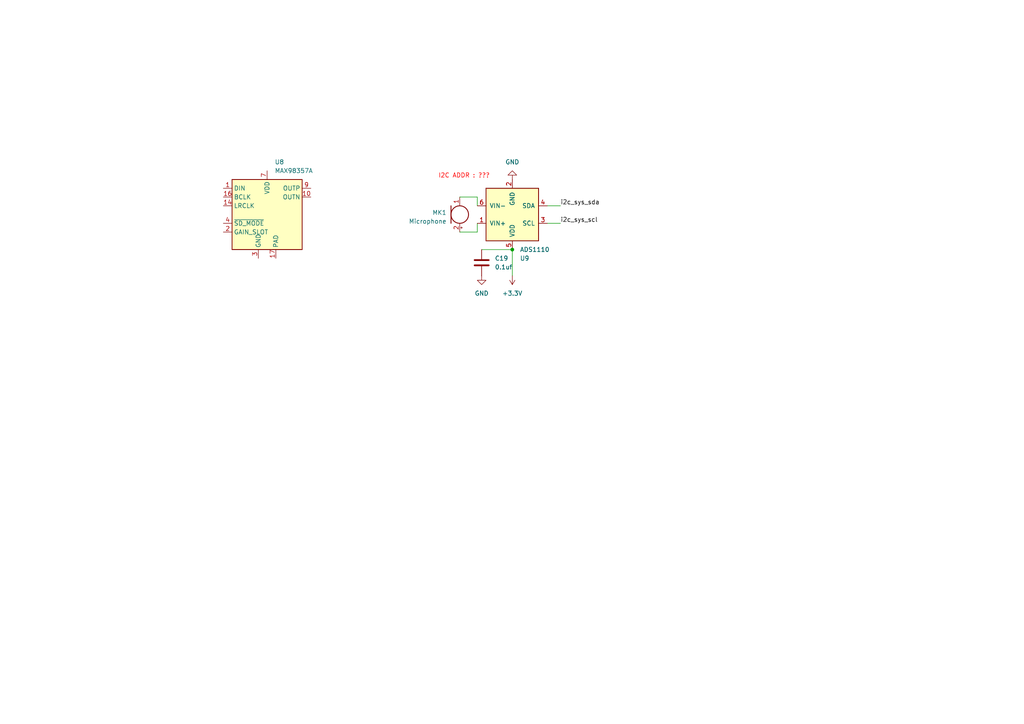
<source format=kicad_sch>
(kicad_sch (version 20240417) (generator "eeschema") (generator_version "8.99")
  (paper "A4")
  (lib_symbols
    (symbol "Analog_ADC:ADS1110" (pin_names (offset 1.016))
      (property "Reference" "U" (at -7.62 8.89 0))
      (property "Value" "ADS1110" (at 1.27 8.89 0))
      (symbol "ADS1110_0_1"
        (rectangle (start -7.62 7.62) (end 7.62 -7.62) (stroke (width 0.254)) (fill (type background)))
      )
      (symbol "ADS1110_1_1"
        (pin input line (at -10.16 2.54 0) (length 2.54) (name "VIN+") (number "1"))
        (pin power_in line (at 0 -10.16 90) (length 2.54) (name "GND") (number "2"))
        (pin input line (at 10.16 2.54 180) (length 2.54) (name "SCL") (number "3"))
        (pin bidirectional line (at 10.16 -2.54 180) (length 2.54) (name "SDA") (number "4"))
        (pin power_in line (at 0 10.16 270) (length 2.54) (name "VDD") (number "5"))
        (pin input line (at -10.16 -2.54 0) (length 2.54) (name "VIN-") (number "6"))
      )
    )
    (symbol "Audio:MAX98357A"
      (property "Reference" "U" (at -8.89 11.43 0))
      (property "Value" "MAX98357A" (at 10.16 11.43 0))
      (symbol "MAX98357A_1_1"
        (rectangle (start -10.16 10.16) (end 10.16 -10.16) (stroke (width 0.254)) (fill (type background)))
        (pin input line (at -12.7 7.62 0) (length 2.54) (name "DIN") (number "1"))
        (pin output line (at 12.7 5.08 180) (length 2.54) (name "OUTN") (number "10"))
        (pin passive line (at -2.54 -12.7 90) (length 2.54) hide (name "GND") (number "11"))
        (pin no_connect line (at 10.16 -5.08 180) (length 2.54) hide (name "NC") (number "12"))
        (pin no_connect line (at 10.16 -7.62 180) (length 2.54) hide (name "NC") (number "13"))
        (pin input line (at -12.7 2.54 0) (length 2.54) (name "LRCLK") (number "14"))
        (pin passive line (at -2.54 -12.7 90) (length 2.54) hide (name "GND") (number "15"))
        (pin input line (at -12.7 5.08 0) (length 2.54) (name "BCLK") (number "16"))
        (pin unspecified line (at 2.54 -12.7 90) (length 2.54) (name "PAD") (number "17"))
        (pin passive line (at -12.7 -5.08 0) (length 2.54) (name "GAIN_SLOT") (number "2"))
        (pin power_in line (at -2.54 -12.7 90) (length 2.54) (name "GND") (number "3"))
        (pin input line (at -12.7 -2.54 0) (length 2.54) (name "~{SD_MODE}") (number "4"))
        (pin no_connect line (at 10.16 2.54 180) (length 2.54) hide (name "NC") (number "5"))
        (pin no_connect line (at 10.16 0 180) (length 2.54) hide (name "NC") (number "6"))
        (pin power_in line (at 0 12.7 270) (length 2.54) (name "VDD") (number "7"))
        (pin passive line (at 0 12.7 270) (length 2.54) hide (name "VDD") (number "8"))
        (pin output line (at 12.7 7.62 180) (length 2.54) (name "OUTP") (number "9"))
      )
    )
    (symbol "Device:C" (pin_numbers hide) (pin_names (offset 0.254))
      (property "Reference" "C" (at 0.635 2.54 0))
      (property "Value" "C" (at 0.635 -2.54 0))
      (symbol "C_0_1"
        (polyline (pts (xy -2.032 0.762) (xy 2.032 0.762)) (stroke (width 0.508)))
        (polyline (pts (xy -2.032 -0.762) (xy 2.032 -0.762)) (stroke (width 0.508)))
      )
      (symbol "C_1_1"
        (pin passive line (at 0 3.81 270) (length 2.794) (name "~") (number "1"))
        (pin passive line (at 0 -3.81 90) (length 2.794) (name "~") (number "2"))
      )
    )
    (symbol "Device:Microphone" (pin_names (offset 0.0254) hide)
      (property "Reference" "MK" (at -3.81 1.27 0))
      (property "Value" "Microphone" (at -3.81 -0.635 0))
      (symbol "Microphone_0_1"
        (polyline (pts (xy -2.54 2.54) (xy -2.54 -2.54)) (stroke (width 0.254)))
        (circle (center 0 0) (radius 2.54) (stroke (width 0.254)))
        (polyline (pts (xy 0.254 3.81) (xy 0.762 3.81)))
        (polyline (pts (xy 0.508 4.064) (xy 0.508 3.556)))
      )
      (symbol "Microphone_1_1"
        (pin passive line (at 0 -5.08 90) (length 2.54) (name "-") (number "1"))
        (pin passive line (at 0 5.08 270) (length 2.54) (name "+") (number "2"))
      )
    )
    (symbol "power:+3.3V" (power) (pin_numbers hide) (pin_names (offset 0) hide)
      (property "Value" "+3.3V" (at 0 3.556 0))
      (symbol "+3.3V_0_1"
        (polyline (pts (xy -0.762 1.27) (xy 0 2.54)))
        (polyline (pts (xy 0 2.54) (xy 0.762 1.27)))
        (polyline (pts (xy 0 0) (xy 0 2.54)))
      )
      (symbol "+3.3V_1_1"
        (pin power_in line (at 0 0 90) (length 0) (name "~") (number "1"))
      )
    )
    (symbol "power:GND" (power) (pin_numbers hide) (pin_names (offset 0) hide)
      (property "Value" "GND" (at 0 -3.81 0))
      (symbol "GND_0_1"
        (polyline (pts (xy 0 0) (xy 0 -1.27) (xy 1.27 -1.27) (xy 0 -2.54) (xy -1.27 -1.27) (xy 0 -1.27)))
      )
      (symbol "GND_1_1"
        (pin power_in line (at 0 0 270) (length 0) (name "~") (number "1"))
      )
    )
  )
  (text "I2C ADDR : ???" (at 134.62 51.054 0) (effects (font (size 1.27 1.27))))
  (junction (at 148.59 72.39))
  (wire (pts (xy 138.43 57.15) (xy 138.43 59.69)))
  (wire (pts (xy 158.75 64.77) (xy 162.56 64.77)))
  (wire (pts (xy 138.43 67.31) (xy 138.43 64.77)))
  (wire (pts (xy 158.75 59.69) (xy 162.56 59.69)))
  (wire (pts (xy 133.35 67.31) (xy 138.43 67.31)))
  (wire (pts (xy 139.7 72.39) (xy 148.59 72.39)))
  (wire (pts (xy 133.35 57.15) (xy 138.43 57.15)))
  (wire (pts (xy 148.59 72.39) (xy 148.59 80.01)))
  (label "i2c_sys_scl" (at 162.56 64.77 0))
  (label "i2c_sys_sda" (at 162.56 59.69 0))
  (symbol (lib_id "Device:C") (at 139.7 76.2 0) (unit 1)
    (property "Reference" "C19" (at 143.51 74.9299 0) (effects (justify left)))
    (property "Value" "0.1uf" (at 143.51 77.4699 0) (effects (justify left)))
    (property "Description" "Unpolarized capacitor" (effects (hide yes)))
  )
  (symbol (lib_id "Device:Microphone") (at 133.35 62.23 0) (mirror x) (unit 1)
    (property "Reference" "MK1" (at 129.54 61.6584 0) (effects (justify right)))
    (property "Value" "Microphone" (at 129.54 64.1984 0) (effects (justify right)))
    (property "Description" "Microphone" (effects (hide yes)))
  )
  (symbol (lib_id "Analog_ADC:ADS1110") (at 148.59 62.23 0) (mirror x) (unit 1)
    (property "Reference" "U9" (at 150.7841 74.93 0) (effects (justify left)))
    (property "Value" "ADS1110" (at 150.7841 72.39 0) (effects (justify left)))
    (property "Footprint" "Package_TO_SOT_SMD:SOT-23-6" (effects (hide yes)))
    (property "Datasheet" "http://www.ti.com/lit/ds/symlink/ads1110.pdf" (effects (hide yes)))
    (property "Description" "16 Bit Analog to Digital converter with on board reference" (effects (hide yes)))
  )
  (symbol (lib_id "Audio:MAX98357A") (at 77.47 62.23 0) (unit 1)
    (property "Reference" "U8" (at 79.6641 46.99 0) (effects (justify left)))
    (property "Value" "MAX98357A" (at 79.6641 49.53 0) (effects (justify left)))
    (property "Footprint" "Package_DFN_QFN:TQFN-16-1EP_3x3mm_P0.5mm_EP1.23x1.23mm" (effects (hide yes)))
    (property "Datasheet" "https://www.analog.com/media/en/technical-documentation/data-sheets/MAX98357A-MAX98357B.pdf" (effects (hide yes)))
    (property "Description" "Mono DAC with amplifier, I2S, PCM, TDM, 32-bit, 96khz, 3.2W, TQFP-16" (effects (hide yes)))
  )
  (symbol (lib_id "power:GND") (at 148.59 52.07 180) (unit 1)
    (property "Reference" "#PWR036" (effects (hide yes)))
    (property "Value" "GND" (at 148.59 46.99 0))
    (property "Description" "Power symbol creates a global label with name \"GND\" , ground" (effects (hide yes)))
  )
  (symbol (lib_id "power:+3.3V") (at 148.59 80.01 180) (unit 1)
    (property "Reference" "#PWR042" (effects (hide yes)))
    (property "Value" "+3.3V" (at 148.59 85.09 0))
    (property "Description" "Power symbol creates a global label with name \"+3.3V\"" (effects (hide yes)))
  )
  (symbol (lib_id "power:GND") (at 139.7 80.01 0) (unit 1)
    (property "Reference" "#PWR035" (effects (hide yes)))
    (property "Value" "GND" (at 139.7 85.09 0))
    (property "Description" "Power symbol creates a global label with name \"GND\" , ground" (effects (hide yes)))
  )
)
</source>
